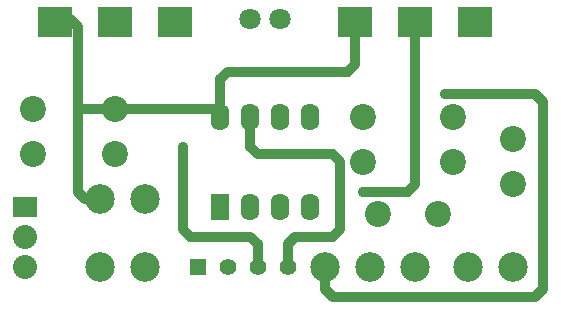
<source format=gtl>
G04 (created by PCBNEW (2013-07-07 BZR 4022)-stable) date 24/05/2018 08:43:11*
%MOIN*%
G04 Gerber Fmt 3.4, Leading zero omitted, Abs format*
%FSLAX34Y34*%
G01*
G70*
G90*
G04 APERTURE LIST*
%ADD10C,0.00590551*%
%ADD11C,0.0866142*%
%ADD12R,0.11811X0.0984252*%
%ADD13R,0.062X0.09*%
%ADD14O,0.062X0.09*%
%ADD15C,0.0984252*%
%ADD16R,0.08X0.07*%
%ADD17C,0.08*%
%ADD18R,0.055X0.055*%
%ADD19C,0.055*%
%ADD20C,0.0708661*%
%ADD21C,0.035*%
%ADD22C,0.032*%
G04 APERTURE END LIST*
G54D10*
G54D11*
X76750Y-58500D03*
X76750Y-60000D03*
G54D12*
X74750Y-55598D03*
X76750Y-55598D03*
X78750Y-55598D03*
X84750Y-55598D03*
X86750Y-55598D03*
X88750Y-55598D03*
G54D11*
X74000Y-58500D03*
X74000Y-60000D03*
X85000Y-58750D03*
X88000Y-58750D03*
G54D13*
X80250Y-61750D03*
G54D14*
X81250Y-61750D03*
X82250Y-61750D03*
X83250Y-61750D03*
X83250Y-58750D03*
X82250Y-58750D03*
X81250Y-58750D03*
X80250Y-58750D03*
G54D15*
X76250Y-63750D03*
X77750Y-63750D03*
X90000Y-63750D03*
X86750Y-63750D03*
X88500Y-63750D03*
X77750Y-61500D03*
X76250Y-61500D03*
X85250Y-63750D03*
X83750Y-63750D03*
G54D16*
X73750Y-61750D03*
G54D17*
X73750Y-63750D03*
X73750Y-62750D03*
G54D11*
X90000Y-59500D03*
X90000Y-61000D03*
G54D18*
X79500Y-63750D03*
G54D19*
X80500Y-63750D03*
X81500Y-63750D03*
X82500Y-63750D03*
G54D11*
X85000Y-60250D03*
X88000Y-60250D03*
X87500Y-62000D03*
X85500Y-62000D03*
G54D20*
X81250Y-55500D03*
X82250Y-55500D03*
G54D21*
X79000Y-59750D03*
X87750Y-58000D03*
X85000Y-61250D03*
G54D22*
X75500Y-61250D02*
X75750Y-61500D01*
X76250Y-61500D02*
X75750Y-61500D01*
X75500Y-61250D02*
X75500Y-58500D01*
X74750Y-55500D02*
X75250Y-55500D01*
X75500Y-55750D02*
X75500Y-58500D01*
X75250Y-55500D02*
X75500Y-55750D01*
X80250Y-58750D02*
X80250Y-57500D01*
X84750Y-57000D02*
X84750Y-55500D01*
X84500Y-57250D02*
X84750Y-57000D01*
X80500Y-57250D02*
X84500Y-57250D01*
X80250Y-57500D02*
X80500Y-57250D01*
X76750Y-58500D02*
X80000Y-58500D01*
X80000Y-58500D02*
X80250Y-58750D01*
X75500Y-58500D02*
X76750Y-58500D01*
X79250Y-62750D02*
X81250Y-62750D01*
X81500Y-63000D02*
X81500Y-63750D01*
X81250Y-62750D02*
X81500Y-63000D01*
X79000Y-62500D02*
X79250Y-62750D01*
X79000Y-62500D02*
X79000Y-59750D01*
X82500Y-63750D02*
X82500Y-63000D01*
X82750Y-62750D02*
X84000Y-62750D01*
X82500Y-63000D02*
X82750Y-62750D01*
X81250Y-59750D02*
X81500Y-60000D01*
X84000Y-60000D02*
X84250Y-60250D01*
X84000Y-60000D02*
X81500Y-60000D01*
X84250Y-62500D02*
X84250Y-60250D01*
X84000Y-62750D02*
X84250Y-62500D01*
X81250Y-59750D02*
X81250Y-58750D01*
X83750Y-63750D02*
X83750Y-64500D01*
X90750Y-58000D02*
X87750Y-58000D01*
X91000Y-58250D02*
X90750Y-58000D01*
X91000Y-64500D02*
X91000Y-58250D01*
X90750Y-64750D02*
X91000Y-64500D01*
X84000Y-64750D02*
X90750Y-64750D01*
X83750Y-64500D02*
X84000Y-64750D01*
X86750Y-55500D02*
X86750Y-61000D01*
X86750Y-61000D02*
X86500Y-61250D01*
X86500Y-61250D02*
X85000Y-61250D01*
M02*

</source>
